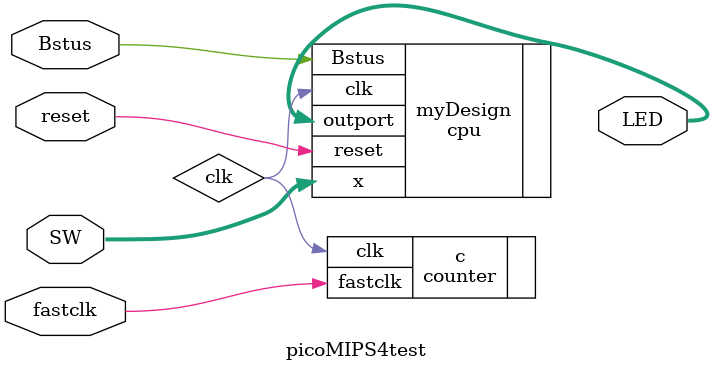
<source format=sv>
module picoMIPS4test(
  input logic fastclk,  // 50MHz Altera DE0 clock
  input logic reset, // reset
  input logic Bstus, // Connect to SW[8]
  input logic [7:0] SW, // Switches SW0..SW9
  output logic [7:0] LED); // LEDs
  
  logic clk; // slow clock, about 10Hz
  
  counter c (.fastclk(fastclk),.clk(clk)); // slow clk from counter
  
  // to obtain the cost figure, synthesise your design without the counter 
  // and the picoMIPS4test module using Cyclone IV E as target
  // and make a note of the synthesis statistics
  //picoMIPS myDesign (.clk(clk), .SW(SW),.LED(LED));
  cpu myDesign (.clk(clk), .reset(reset), .Bstus(Bstus), .x(SW[7:0]), .outport(LED));
endmodule  
</source>
